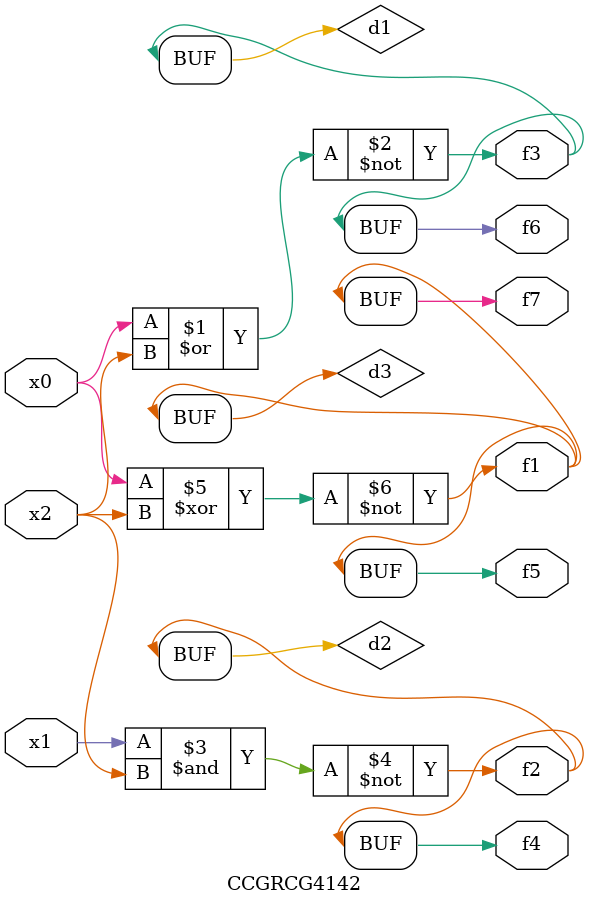
<source format=v>
module CCGRCG4142(
	input x0, x1, x2,
	output f1, f2, f3, f4, f5, f6, f7
);

	wire d1, d2, d3;

	nor (d1, x0, x2);
	nand (d2, x1, x2);
	xnor (d3, x0, x2);
	assign f1 = d3;
	assign f2 = d2;
	assign f3 = d1;
	assign f4 = d2;
	assign f5 = d3;
	assign f6 = d1;
	assign f7 = d3;
endmodule

</source>
